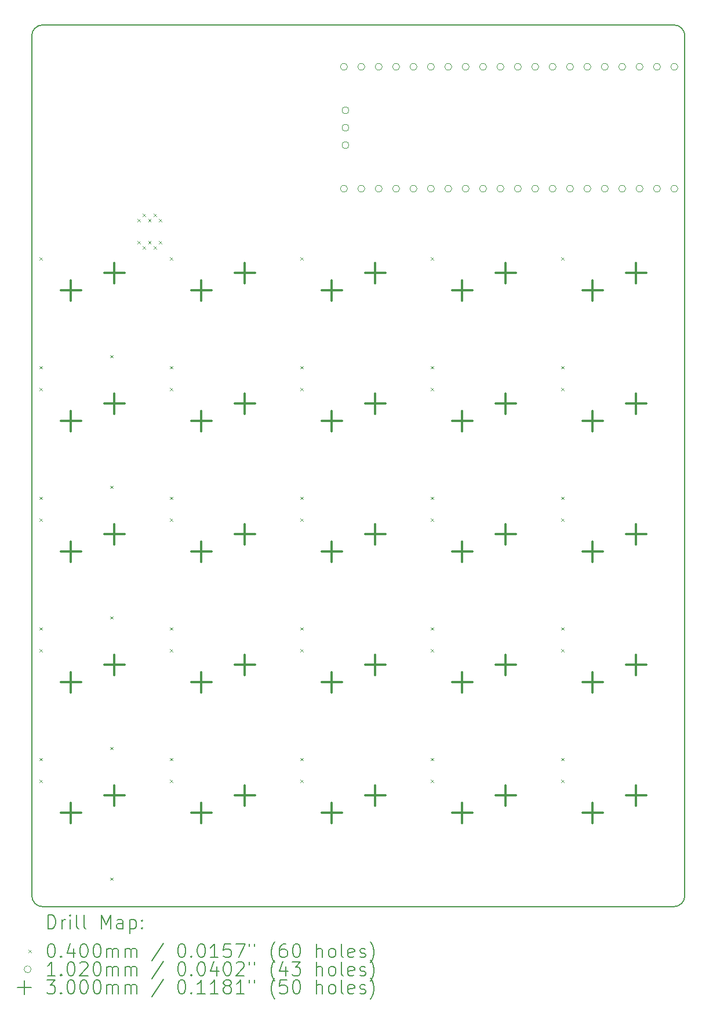
<source format=gbr>
%TF.GenerationSoftware,KiCad,Pcbnew,7.0.1*%
%TF.CreationDate,2023-04-16T00:18:44-05:00*%
%TF.ProjectId,5x5 Macro Pad,35783520-4d61-4637-926f-205061642e6b,rev?*%
%TF.SameCoordinates,Original*%
%TF.FileFunction,Drillmap*%
%TF.FilePolarity,Positive*%
%FSLAX45Y45*%
G04 Gerber Fmt 4.5, Leading zero omitted, Abs format (unit mm)*
G04 Created by KiCad (PCBNEW 7.0.1) date 2023-04-16 00:18:44*
%MOMM*%
%LPD*%
G01*
G04 APERTURE LIST*
%ADD10C,0.200000*%
%ADD11C,0.040000*%
%ADD12C,0.102000*%
%ADD13C,0.300000*%
G04 APERTURE END LIST*
D10*
X7302500Y-4445000D02*
G75*
G03*
X7143750Y-4603750I0J-158750D01*
G01*
X16523275Y-4445000D02*
X7302500Y-4445000D01*
X7143750Y-5318125D02*
X7143750Y-4603750D01*
X7143750Y-17145000D02*
X7143750Y-5318125D01*
X16682025Y-4603750D02*
G75*
G03*
X16523275Y-4445000I-158750J0D01*
G01*
X16682025Y-17145000D02*
X16682025Y-4603750D01*
X16523275Y-17303750D02*
G75*
G03*
X16682025Y-17145000I0J158750D01*
G01*
X7302500Y-17303750D02*
X16523275Y-17303750D01*
X7143750Y-17145000D02*
G75*
G03*
X7302500Y-17303750I158750J0D01*
G01*
D11*
X7256500Y-7831775D02*
X7296500Y-7871775D01*
X7296500Y-7831775D02*
X7256500Y-7871775D01*
X7256500Y-9419275D02*
X7296500Y-9459275D01*
X7296500Y-9419275D02*
X7256500Y-9459275D01*
X7256500Y-9736775D02*
X7296500Y-9776775D01*
X7296500Y-9736775D02*
X7256500Y-9776775D01*
X7256500Y-11324275D02*
X7296500Y-11364275D01*
X7296500Y-11324275D02*
X7256500Y-11364275D01*
X7256500Y-11641775D02*
X7296500Y-11681775D01*
X7296500Y-11641775D02*
X7256500Y-11681775D01*
X7256500Y-13229275D02*
X7296500Y-13269275D01*
X7296500Y-13229275D02*
X7256500Y-13269275D01*
X7256500Y-13546775D02*
X7296500Y-13586775D01*
X7296500Y-13546775D02*
X7256500Y-13586775D01*
X7256500Y-15134275D02*
X7296500Y-15174275D01*
X7296500Y-15134275D02*
X7256500Y-15174275D01*
X7256500Y-15451775D02*
X7296500Y-15491775D01*
X7296500Y-15451775D02*
X7256500Y-15491775D01*
X8288375Y-9260525D02*
X8328375Y-9300525D01*
X8328375Y-9260525D02*
X8288375Y-9300525D01*
X8288375Y-11165525D02*
X8328375Y-11205525D01*
X8328375Y-11165525D02*
X8288375Y-11205525D01*
X8288375Y-13070525D02*
X8328375Y-13110525D01*
X8328375Y-13070525D02*
X8288375Y-13110525D01*
X8288375Y-14975525D02*
X8328375Y-15015525D01*
X8328375Y-14975525D02*
X8288375Y-15015525D01*
X8288375Y-16880525D02*
X8328375Y-16920525D01*
X8328375Y-16880525D02*
X8288375Y-16920525D01*
X8685250Y-7276150D02*
X8725250Y-7316150D01*
X8725250Y-7276150D02*
X8685250Y-7316150D01*
X8685250Y-7593650D02*
X8725250Y-7633650D01*
X8725250Y-7593650D02*
X8685250Y-7633650D01*
X8764625Y-7196775D02*
X8804625Y-7236775D01*
X8804625Y-7196775D02*
X8764625Y-7236775D01*
X8764625Y-7673025D02*
X8804625Y-7713025D01*
X8804625Y-7673025D02*
X8764625Y-7713025D01*
X8844000Y-7276150D02*
X8884000Y-7316150D01*
X8884000Y-7276150D02*
X8844000Y-7316150D01*
X8844000Y-7593650D02*
X8884000Y-7633650D01*
X8884000Y-7593650D02*
X8844000Y-7633650D01*
X8923375Y-7196775D02*
X8963375Y-7236775D01*
X8963375Y-7196775D02*
X8923375Y-7236775D01*
X8923375Y-7673025D02*
X8963375Y-7713025D01*
X8963375Y-7673025D02*
X8923375Y-7713025D01*
X9002750Y-7276150D02*
X9042750Y-7316150D01*
X9042750Y-7276150D02*
X9002750Y-7316150D01*
X9002750Y-7593650D02*
X9042750Y-7633650D01*
X9042750Y-7593650D02*
X9002750Y-7633650D01*
X9161500Y-7831775D02*
X9201500Y-7871775D01*
X9201500Y-7831775D02*
X9161500Y-7871775D01*
X9161500Y-9419275D02*
X9201500Y-9459275D01*
X9201500Y-9419275D02*
X9161500Y-9459275D01*
X9161500Y-9736775D02*
X9201500Y-9776775D01*
X9201500Y-9736775D02*
X9161500Y-9776775D01*
X9161500Y-11324275D02*
X9201500Y-11364275D01*
X9201500Y-11324275D02*
X9161500Y-11364275D01*
X9161500Y-11641775D02*
X9201500Y-11681775D01*
X9201500Y-11641775D02*
X9161500Y-11681775D01*
X9161500Y-13229275D02*
X9201500Y-13269275D01*
X9201500Y-13229275D02*
X9161500Y-13269275D01*
X9161500Y-13546775D02*
X9201500Y-13586775D01*
X9201500Y-13546775D02*
X9161500Y-13586775D01*
X9161500Y-15134275D02*
X9201500Y-15174275D01*
X9201500Y-15134275D02*
X9161500Y-15174275D01*
X9161500Y-15451775D02*
X9201500Y-15491775D01*
X9201500Y-15451775D02*
X9161500Y-15491775D01*
X11066500Y-7831775D02*
X11106500Y-7871775D01*
X11106500Y-7831775D02*
X11066500Y-7871775D01*
X11066500Y-9419275D02*
X11106500Y-9459275D01*
X11106500Y-9419275D02*
X11066500Y-9459275D01*
X11066500Y-9736775D02*
X11106500Y-9776775D01*
X11106500Y-9736775D02*
X11066500Y-9776775D01*
X11066500Y-11324275D02*
X11106500Y-11364275D01*
X11106500Y-11324275D02*
X11066500Y-11364275D01*
X11066500Y-11641775D02*
X11106500Y-11681775D01*
X11106500Y-11641775D02*
X11066500Y-11681775D01*
X11066500Y-13229275D02*
X11106500Y-13269275D01*
X11106500Y-13229275D02*
X11066500Y-13269275D01*
X11066500Y-13546775D02*
X11106500Y-13586775D01*
X11106500Y-13546775D02*
X11066500Y-13586775D01*
X11066500Y-15134275D02*
X11106500Y-15174275D01*
X11106500Y-15134275D02*
X11066500Y-15174275D01*
X11066500Y-15451775D02*
X11106500Y-15491775D01*
X11106500Y-15451775D02*
X11066500Y-15491775D01*
X12971500Y-7831775D02*
X13011500Y-7871775D01*
X13011500Y-7831775D02*
X12971500Y-7871775D01*
X12971500Y-9419275D02*
X13011500Y-9459275D01*
X13011500Y-9419275D02*
X12971500Y-9459275D01*
X12971500Y-9736775D02*
X13011500Y-9776775D01*
X13011500Y-9736775D02*
X12971500Y-9776775D01*
X12971500Y-11324275D02*
X13011500Y-11364275D01*
X13011500Y-11324275D02*
X12971500Y-11364275D01*
X12971500Y-11641775D02*
X13011500Y-11681775D01*
X13011500Y-11641775D02*
X12971500Y-11681775D01*
X12971500Y-13229275D02*
X13011500Y-13269275D01*
X13011500Y-13229275D02*
X12971500Y-13269275D01*
X12971500Y-13546775D02*
X13011500Y-13586775D01*
X13011500Y-13546775D02*
X12971500Y-13586775D01*
X12971500Y-15134275D02*
X13011500Y-15174275D01*
X13011500Y-15134275D02*
X12971500Y-15174275D01*
X12971500Y-15451775D02*
X13011500Y-15491775D01*
X13011500Y-15451775D02*
X12971500Y-15491775D01*
X14876500Y-7831775D02*
X14916500Y-7871775D01*
X14916500Y-7831775D02*
X14876500Y-7871775D01*
X14876500Y-9419275D02*
X14916500Y-9459275D01*
X14916500Y-9419275D02*
X14876500Y-9459275D01*
X14876500Y-9736775D02*
X14916500Y-9776775D01*
X14916500Y-9736775D02*
X14876500Y-9776775D01*
X14876500Y-11324275D02*
X14916500Y-11364275D01*
X14916500Y-11324275D02*
X14876500Y-11364275D01*
X14876500Y-11641775D02*
X14916500Y-11681775D01*
X14916500Y-11641775D02*
X14876500Y-11681775D01*
X14876500Y-13229275D02*
X14916500Y-13269275D01*
X14916500Y-13229275D02*
X14876500Y-13269275D01*
X14876500Y-13546775D02*
X14916500Y-13586775D01*
X14916500Y-13546775D02*
X14876500Y-13586775D01*
X14876500Y-15134275D02*
X14916500Y-15174275D01*
X14916500Y-15134275D02*
X14876500Y-15174275D01*
X14876500Y-15451775D02*
X14916500Y-15491775D01*
X14916500Y-15451775D02*
X14876500Y-15491775D01*
D12*
X11753450Y-5054600D02*
G75*
G03*
X11753450Y-5054600I-51000J0D01*
G01*
X11753450Y-6832600D02*
G75*
G03*
X11753450Y-6832600I-51000J0D01*
G01*
X11776450Y-5689600D02*
G75*
G03*
X11776450Y-5689600I-51000J0D01*
G01*
X11776450Y-5943600D02*
G75*
G03*
X11776450Y-5943600I-51000J0D01*
G01*
X11776450Y-6197600D02*
G75*
G03*
X11776450Y-6197600I-51000J0D01*
G01*
X12007450Y-5054600D02*
G75*
G03*
X12007450Y-5054600I-51000J0D01*
G01*
X12007450Y-6832600D02*
G75*
G03*
X12007450Y-6832600I-51000J0D01*
G01*
X12261450Y-5054600D02*
G75*
G03*
X12261450Y-5054600I-51000J0D01*
G01*
X12261450Y-6832600D02*
G75*
G03*
X12261450Y-6832600I-51000J0D01*
G01*
X12515450Y-5054600D02*
G75*
G03*
X12515450Y-5054600I-51000J0D01*
G01*
X12515450Y-6832600D02*
G75*
G03*
X12515450Y-6832600I-51000J0D01*
G01*
X12769450Y-5054600D02*
G75*
G03*
X12769450Y-5054600I-51000J0D01*
G01*
X12769450Y-6832600D02*
G75*
G03*
X12769450Y-6832600I-51000J0D01*
G01*
X13023450Y-5054600D02*
G75*
G03*
X13023450Y-5054600I-51000J0D01*
G01*
X13023450Y-6832600D02*
G75*
G03*
X13023450Y-6832600I-51000J0D01*
G01*
X13277450Y-5054600D02*
G75*
G03*
X13277450Y-5054600I-51000J0D01*
G01*
X13277450Y-6832600D02*
G75*
G03*
X13277450Y-6832600I-51000J0D01*
G01*
X13531450Y-5054600D02*
G75*
G03*
X13531450Y-5054600I-51000J0D01*
G01*
X13531450Y-6832600D02*
G75*
G03*
X13531450Y-6832600I-51000J0D01*
G01*
X13785450Y-5054600D02*
G75*
G03*
X13785450Y-5054600I-51000J0D01*
G01*
X13785450Y-6832600D02*
G75*
G03*
X13785450Y-6832600I-51000J0D01*
G01*
X14039450Y-5054600D02*
G75*
G03*
X14039450Y-5054600I-51000J0D01*
G01*
X14039450Y-6832600D02*
G75*
G03*
X14039450Y-6832600I-51000J0D01*
G01*
X14293450Y-5054600D02*
G75*
G03*
X14293450Y-5054600I-51000J0D01*
G01*
X14293450Y-6832600D02*
G75*
G03*
X14293450Y-6832600I-51000J0D01*
G01*
X14547450Y-5054600D02*
G75*
G03*
X14547450Y-5054600I-51000J0D01*
G01*
X14547450Y-6832600D02*
G75*
G03*
X14547450Y-6832600I-51000J0D01*
G01*
X14801450Y-5054600D02*
G75*
G03*
X14801450Y-5054600I-51000J0D01*
G01*
X14801450Y-6832600D02*
G75*
G03*
X14801450Y-6832600I-51000J0D01*
G01*
X15055450Y-5054600D02*
G75*
G03*
X15055450Y-5054600I-51000J0D01*
G01*
X15055450Y-6832600D02*
G75*
G03*
X15055450Y-6832600I-51000J0D01*
G01*
X15309450Y-5054600D02*
G75*
G03*
X15309450Y-5054600I-51000J0D01*
G01*
X15309450Y-6832600D02*
G75*
G03*
X15309450Y-6832600I-51000J0D01*
G01*
X15563450Y-5054600D02*
G75*
G03*
X15563450Y-5054600I-51000J0D01*
G01*
X15563450Y-6832600D02*
G75*
G03*
X15563450Y-6832600I-51000J0D01*
G01*
X15817450Y-5054600D02*
G75*
G03*
X15817450Y-5054600I-51000J0D01*
G01*
X15817450Y-6832600D02*
G75*
G03*
X15817450Y-6832600I-51000J0D01*
G01*
X16071450Y-5054600D02*
G75*
G03*
X16071450Y-5054600I-51000J0D01*
G01*
X16071450Y-6832600D02*
G75*
G03*
X16071450Y-6832600I-51000J0D01*
G01*
X16325450Y-5054600D02*
G75*
G03*
X16325450Y-5054600I-51000J0D01*
G01*
X16325450Y-6832600D02*
G75*
G03*
X16325450Y-6832600I-51000J0D01*
G01*
X16579450Y-5054600D02*
G75*
G03*
X16579450Y-5054600I-51000J0D01*
G01*
X16579450Y-6832600D02*
G75*
G03*
X16579450Y-6832600I-51000J0D01*
G01*
D13*
X7715250Y-8168500D02*
X7715250Y-8468500D01*
X7565250Y-8318500D02*
X7865250Y-8318500D01*
X7715250Y-10073500D02*
X7715250Y-10373500D01*
X7565250Y-10223500D02*
X7865250Y-10223500D01*
X7715250Y-11978500D02*
X7715250Y-12278500D01*
X7565250Y-12128500D02*
X7865250Y-12128500D01*
X7715250Y-13883500D02*
X7715250Y-14183500D01*
X7565250Y-14033500D02*
X7865250Y-14033500D01*
X7715250Y-15788500D02*
X7715250Y-16088500D01*
X7565250Y-15938500D02*
X7865250Y-15938500D01*
X8350250Y-7914500D02*
X8350250Y-8214500D01*
X8200250Y-8064500D02*
X8500250Y-8064500D01*
X8350250Y-9819500D02*
X8350250Y-10119500D01*
X8200250Y-9969500D02*
X8500250Y-9969500D01*
X8350250Y-11724500D02*
X8350250Y-12024500D01*
X8200250Y-11874500D02*
X8500250Y-11874500D01*
X8350250Y-13629500D02*
X8350250Y-13929500D01*
X8200250Y-13779500D02*
X8500250Y-13779500D01*
X8350250Y-15534500D02*
X8350250Y-15834500D01*
X8200250Y-15684500D02*
X8500250Y-15684500D01*
X9620250Y-8168500D02*
X9620250Y-8468500D01*
X9470250Y-8318500D02*
X9770250Y-8318500D01*
X9620250Y-10073500D02*
X9620250Y-10373500D01*
X9470250Y-10223500D02*
X9770250Y-10223500D01*
X9620250Y-11978500D02*
X9620250Y-12278500D01*
X9470250Y-12128500D02*
X9770250Y-12128500D01*
X9620250Y-13883500D02*
X9620250Y-14183500D01*
X9470250Y-14033500D02*
X9770250Y-14033500D01*
X9620250Y-15788500D02*
X9620250Y-16088500D01*
X9470250Y-15938500D02*
X9770250Y-15938500D01*
X10255250Y-7914500D02*
X10255250Y-8214500D01*
X10105250Y-8064500D02*
X10405250Y-8064500D01*
X10255250Y-9819500D02*
X10255250Y-10119500D01*
X10105250Y-9969500D02*
X10405250Y-9969500D01*
X10255250Y-11724500D02*
X10255250Y-12024500D01*
X10105250Y-11874500D02*
X10405250Y-11874500D01*
X10255250Y-13629500D02*
X10255250Y-13929500D01*
X10105250Y-13779500D02*
X10405250Y-13779500D01*
X10255250Y-15534500D02*
X10255250Y-15834500D01*
X10105250Y-15684500D02*
X10405250Y-15684500D01*
X11525250Y-8168500D02*
X11525250Y-8468500D01*
X11375250Y-8318500D02*
X11675250Y-8318500D01*
X11525250Y-10073500D02*
X11525250Y-10373500D01*
X11375250Y-10223500D02*
X11675250Y-10223500D01*
X11525250Y-11978500D02*
X11525250Y-12278500D01*
X11375250Y-12128500D02*
X11675250Y-12128500D01*
X11525250Y-13883500D02*
X11525250Y-14183500D01*
X11375250Y-14033500D02*
X11675250Y-14033500D01*
X11525250Y-15788500D02*
X11525250Y-16088500D01*
X11375250Y-15938500D02*
X11675250Y-15938500D01*
X12160250Y-7914500D02*
X12160250Y-8214500D01*
X12010250Y-8064500D02*
X12310250Y-8064500D01*
X12160250Y-9819500D02*
X12160250Y-10119500D01*
X12010250Y-9969500D02*
X12310250Y-9969500D01*
X12160250Y-11724500D02*
X12160250Y-12024500D01*
X12010250Y-11874500D02*
X12310250Y-11874500D01*
X12160250Y-13629500D02*
X12160250Y-13929500D01*
X12010250Y-13779500D02*
X12310250Y-13779500D01*
X12160250Y-15534500D02*
X12160250Y-15834500D01*
X12010250Y-15684500D02*
X12310250Y-15684500D01*
X13430250Y-8168500D02*
X13430250Y-8468500D01*
X13280250Y-8318500D02*
X13580250Y-8318500D01*
X13430250Y-10073500D02*
X13430250Y-10373500D01*
X13280250Y-10223500D02*
X13580250Y-10223500D01*
X13430250Y-11978500D02*
X13430250Y-12278500D01*
X13280250Y-12128500D02*
X13580250Y-12128500D01*
X13430250Y-13883500D02*
X13430250Y-14183500D01*
X13280250Y-14033500D02*
X13580250Y-14033500D01*
X13430250Y-15788500D02*
X13430250Y-16088500D01*
X13280250Y-15938500D02*
X13580250Y-15938500D01*
X14065250Y-7914500D02*
X14065250Y-8214500D01*
X13915250Y-8064500D02*
X14215250Y-8064500D01*
X14065250Y-9819500D02*
X14065250Y-10119500D01*
X13915250Y-9969500D02*
X14215250Y-9969500D01*
X14065250Y-11724500D02*
X14065250Y-12024500D01*
X13915250Y-11874500D02*
X14215250Y-11874500D01*
X14065250Y-13629500D02*
X14065250Y-13929500D01*
X13915250Y-13779500D02*
X14215250Y-13779500D01*
X14065250Y-15534500D02*
X14065250Y-15834500D01*
X13915250Y-15684500D02*
X14215250Y-15684500D01*
X15335250Y-8168500D02*
X15335250Y-8468500D01*
X15185250Y-8318500D02*
X15485250Y-8318500D01*
X15335250Y-10073500D02*
X15335250Y-10373500D01*
X15185250Y-10223500D02*
X15485250Y-10223500D01*
X15335250Y-11978500D02*
X15335250Y-12278500D01*
X15185250Y-12128500D02*
X15485250Y-12128500D01*
X15335250Y-13883500D02*
X15335250Y-14183500D01*
X15185250Y-14033500D02*
X15485250Y-14033500D01*
X15335250Y-15788500D02*
X15335250Y-16088500D01*
X15185250Y-15938500D02*
X15485250Y-15938500D01*
X15970250Y-7914500D02*
X15970250Y-8214500D01*
X15820250Y-8064500D02*
X16120250Y-8064500D01*
X15970250Y-9819500D02*
X15970250Y-10119500D01*
X15820250Y-9969500D02*
X16120250Y-9969500D01*
X15970250Y-11724500D02*
X15970250Y-12024500D01*
X15820250Y-11874500D02*
X16120250Y-11874500D01*
X15970250Y-13629500D02*
X15970250Y-13929500D01*
X15820250Y-13779500D02*
X16120250Y-13779500D01*
X15970250Y-15534500D02*
X15970250Y-15834500D01*
X15820250Y-15684500D02*
X16120250Y-15684500D01*
D10*
X7381369Y-17626274D02*
X7381369Y-17426274D01*
X7381369Y-17426274D02*
X7428988Y-17426274D01*
X7428988Y-17426274D02*
X7457559Y-17435798D01*
X7457559Y-17435798D02*
X7476607Y-17454845D01*
X7476607Y-17454845D02*
X7486131Y-17473893D01*
X7486131Y-17473893D02*
X7495655Y-17511988D01*
X7495655Y-17511988D02*
X7495655Y-17540560D01*
X7495655Y-17540560D02*
X7486131Y-17578655D01*
X7486131Y-17578655D02*
X7476607Y-17597702D01*
X7476607Y-17597702D02*
X7457559Y-17616750D01*
X7457559Y-17616750D02*
X7428988Y-17626274D01*
X7428988Y-17626274D02*
X7381369Y-17626274D01*
X7581369Y-17626274D02*
X7581369Y-17492940D01*
X7581369Y-17531036D02*
X7590893Y-17511988D01*
X7590893Y-17511988D02*
X7600417Y-17502464D01*
X7600417Y-17502464D02*
X7619464Y-17492940D01*
X7619464Y-17492940D02*
X7638512Y-17492940D01*
X7705178Y-17626274D02*
X7705178Y-17492940D01*
X7705178Y-17426274D02*
X7695655Y-17435798D01*
X7695655Y-17435798D02*
X7705178Y-17445321D01*
X7705178Y-17445321D02*
X7714702Y-17435798D01*
X7714702Y-17435798D02*
X7705178Y-17426274D01*
X7705178Y-17426274D02*
X7705178Y-17445321D01*
X7828988Y-17626274D02*
X7809940Y-17616750D01*
X7809940Y-17616750D02*
X7800417Y-17597702D01*
X7800417Y-17597702D02*
X7800417Y-17426274D01*
X7933750Y-17626274D02*
X7914702Y-17616750D01*
X7914702Y-17616750D02*
X7905178Y-17597702D01*
X7905178Y-17597702D02*
X7905178Y-17426274D01*
X8162321Y-17626274D02*
X8162321Y-17426274D01*
X8162321Y-17426274D02*
X8228988Y-17569131D01*
X8228988Y-17569131D02*
X8295655Y-17426274D01*
X8295655Y-17426274D02*
X8295655Y-17626274D01*
X8476607Y-17626274D02*
X8476607Y-17521512D01*
X8476607Y-17521512D02*
X8467083Y-17502464D01*
X8467083Y-17502464D02*
X8448036Y-17492940D01*
X8448036Y-17492940D02*
X8409940Y-17492940D01*
X8409940Y-17492940D02*
X8390893Y-17502464D01*
X8476607Y-17616750D02*
X8457560Y-17626274D01*
X8457560Y-17626274D02*
X8409940Y-17626274D01*
X8409940Y-17626274D02*
X8390893Y-17616750D01*
X8390893Y-17616750D02*
X8381369Y-17597702D01*
X8381369Y-17597702D02*
X8381369Y-17578655D01*
X8381369Y-17578655D02*
X8390893Y-17559607D01*
X8390893Y-17559607D02*
X8409940Y-17550083D01*
X8409940Y-17550083D02*
X8457560Y-17550083D01*
X8457560Y-17550083D02*
X8476607Y-17540560D01*
X8571845Y-17492940D02*
X8571845Y-17692940D01*
X8571845Y-17502464D02*
X8590893Y-17492940D01*
X8590893Y-17492940D02*
X8628988Y-17492940D01*
X8628988Y-17492940D02*
X8648036Y-17502464D01*
X8648036Y-17502464D02*
X8657560Y-17511988D01*
X8657560Y-17511988D02*
X8667083Y-17531036D01*
X8667083Y-17531036D02*
X8667083Y-17588179D01*
X8667083Y-17588179D02*
X8657560Y-17607226D01*
X8657560Y-17607226D02*
X8648036Y-17616750D01*
X8648036Y-17616750D02*
X8628988Y-17626274D01*
X8628988Y-17626274D02*
X8590893Y-17626274D01*
X8590893Y-17626274D02*
X8571845Y-17616750D01*
X8752798Y-17607226D02*
X8762321Y-17616750D01*
X8762321Y-17616750D02*
X8752798Y-17626274D01*
X8752798Y-17626274D02*
X8743274Y-17616750D01*
X8743274Y-17616750D02*
X8752798Y-17607226D01*
X8752798Y-17607226D02*
X8752798Y-17626274D01*
X8752798Y-17502464D02*
X8762321Y-17511988D01*
X8762321Y-17511988D02*
X8752798Y-17521512D01*
X8752798Y-17521512D02*
X8743274Y-17511988D01*
X8743274Y-17511988D02*
X8752798Y-17502464D01*
X8752798Y-17502464D02*
X8752798Y-17521512D01*
D11*
X7093750Y-17933750D02*
X7133750Y-17973750D01*
X7133750Y-17933750D02*
X7093750Y-17973750D01*
D10*
X7419464Y-17846274D02*
X7438512Y-17846274D01*
X7438512Y-17846274D02*
X7457559Y-17855798D01*
X7457559Y-17855798D02*
X7467083Y-17865321D01*
X7467083Y-17865321D02*
X7476607Y-17884369D01*
X7476607Y-17884369D02*
X7486131Y-17922464D01*
X7486131Y-17922464D02*
X7486131Y-17970083D01*
X7486131Y-17970083D02*
X7476607Y-18008179D01*
X7476607Y-18008179D02*
X7467083Y-18027226D01*
X7467083Y-18027226D02*
X7457559Y-18036750D01*
X7457559Y-18036750D02*
X7438512Y-18046274D01*
X7438512Y-18046274D02*
X7419464Y-18046274D01*
X7419464Y-18046274D02*
X7400417Y-18036750D01*
X7400417Y-18036750D02*
X7390893Y-18027226D01*
X7390893Y-18027226D02*
X7381369Y-18008179D01*
X7381369Y-18008179D02*
X7371845Y-17970083D01*
X7371845Y-17970083D02*
X7371845Y-17922464D01*
X7371845Y-17922464D02*
X7381369Y-17884369D01*
X7381369Y-17884369D02*
X7390893Y-17865321D01*
X7390893Y-17865321D02*
X7400417Y-17855798D01*
X7400417Y-17855798D02*
X7419464Y-17846274D01*
X7571845Y-18027226D02*
X7581369Y-18036750D01*
X7581369Y-18036750D02*
X7571845Y-18046274D01*
X7571845Y-18046274D02*
X7562321Y-18036750D01*
X7562321Y-18036750D02*
X7571845Y-18027226D01*
X7571845Y-18027226D02*
X7571845Y-18046274D01*
X7752798Y-17912940D02*
X7752798Y-18046274D01*
X7705178Y-17836750D02*
X7657559Y-17979607D01*
X7657559Y-17979607D02*
X7781369Y-17979607D01*
X7895655Y-17846274D02*
X7914702Y-17846274D01*
X7914702Y-17846274D02*
X7933750Y-17855798D01*
X7933750Y-17855798D02*
X7943274Y-17865321D01*
X7943274Y-17865321D02*
X7952798Y-17884369D01*
X7952798Y-17884369D02*
X7962321Y-17922464D01*
X7962321Y-17922464D02*
X7962321Y-17970083D01*
X7962321Y-17970083D02*
X7952798Y-18008179D01*
X7952798Y-18008179D02*
X7943274Y-18027226D01*
X7943274Y-18027226D02*
X7933750Y-18036750D01*
X7933750Y-18036750D02*
X7914702Y-18046274D01*
X7914702Y-18046274D02*
X7895655Y-18046274D01*
X7895655Y-18046274D02*
X7876607Y-18036750D01*
X7876607Y-18036750D02*
X7867083Y-18027226D01*
X7867083Y-18027226D02*
X7857559Y-18008179D01*
X7857559Y-18008179D02*
X7848036Y-17970083D01*
X7848036Y-17970083D02*
X7848036Y-17922464D01*
X7848036Y-17922464D02*
X7857559Y-17884369D01*
X7857559Y-17884369D02*
X7867083Y-17865321D01*
X7867083Y-17865321D02*
X7876607Y-17855798D01*
X7876607Y-17855798D02*
X7895655Y-17846274D01*
X8086131Y-17846274D02*
X8105179Y-17846274D01*
X8105179Y-17846274D02*
X8124226Y-17855798D01*
X8124226Y-17855798D02*
X8133750Y-17865321D01*
X8133750Y-17865321D02*
X8143274Y-17884369D01*
X8143274Y-17884369D02*
X8152798Y-17922464D01*
X8152798Y-17922464D02*
X8152798Y-17970083D01*
X8152798Y-17970083D02*
X8143274Y-18008179D01*
X8143274Y-18008179D02*
X8133750Y-18027226D01*
X8133750Y-18027226D02*
X8124226Y-18036750D01*
X8124226Y-18036750D02*
X8105179Y-18046274D01*
X8105179Y-18046274D02*
X8086131Y-18046274D01*
X8086131Y-18046274D02*
X8067083Y-18036750D01*
X8067083Y-18036750D02*
X8057559Y-18027226D01*
X8057559Y-18027226D02*
X8048036Y-18008179D01*
X8048036Y-18008179D02*
X8038512Y-17970083D01*
X8038512Y-17970083D02*
X8038512Y-17922464D01*
X8038512Y-17922464D02*
X8048036Y-17884369D01*
X8048036Y-17884369D02*
X8057559Y-17865321D01*
X8057559Y-17865321D02*
X8067083Y-17855798D01*
X8067083Y-17855798D02*
X8086131Y-17846274D01*
X8238512Y-18046274D02*
X8238512Y-17912940D01*
X8238512Y-17931988D02*
X8248036Y-17922464D01*
X8248036Y-17922464D02*
X8267083Y-17912940D01*
X8267083Y-17912940D02*
X8295655Y-17912940D01*
X8295655Y-17912940D02*
X8314702Y-17922464D01*
X8314702Y-17922464D02*
X8324226Y-17941512D01*
X8324226Y-17941512D02*
X8324226Y-18046274D01*
X8324226Y-17941512D02*
X8333750Y-17922464D01*
X8333750Y-17922464D02*
X8352798Y-17912940D01*
X8352798Y-17912940D02*
X8381369Y-17912940D01*
X8381369Y-17912940D02*
X8400417Y-17922464D01*
X8400417Y-17922464D02*
X8409941Y-17941512D01*
X8409941Y-17941512D02*
X8409941Y-18046274D01*
X8505179Y-18046274D02*
X8505179Y-17912940D01*
X8505179Y-17931988D02*
X8514702Y-17922464D01*
X8514702Y-17922464D02*
X8533750Y-17912940D01*
X8533750Y-17912940D02*
X8562322Y-17912940D01*
X8562322Y-17912940D02*
X8581369Y-17922464D01*
X8581369Y-17922464D02*
X8590893Y-17941512D01*
X8590893Y-17941512D02*
X8590893Y-18046274D01*
X8590893Y-17941512D02*
X8600417Y-17922464D01*
X8600417Y-17922464D02*
X8619464Y-17912940D01*
X8619464Y-17912940D02*
X8648036Y-17912940D01*
X8648036Y-17912940D02*
X8667083Y-17922464D01*
X8667083Y-17922464D02*
X8676607Y-17941512D01*
X8676607Y-17941512D02*
X8676607Y-18046274D01*
X9067083Y-17836750D02*
X8895655Y-18093893D01*
X9324226Y-17846274D02*
X9343274Y-17846274D01*
X9343274Y-17846274D02*
X9362322Y-17855798D01*
X9362322Y-17855798D02*
X9371845Y-17865321D01*
X9371845Y-17865321D02*
X9381369Y-17884369D01*
X9381369Y-17884369D02*
X9390893Y-17922464D01*
X9390893Y-17922464D02*
X9390893Y-17970083D01*
X9390893Y-17970083D02*
X9381369Y-18008179D01*
X9381369Y-18008179D02*
X9371845Y-18027226D01*
X9371845Y-18027226D02*
X9362322Y-18036750D01*
X9362322Y-18036750D02*
X9343274Y-18046274D01*
X9343274Y-18046274D02*
X9324226Y-18046274D01*
X9324226Y-18046274D02*
X9305179Y-18036750D01*
X9305179Y-18036750D02*
X9295655Y-18027226D01*
X9295655Y-18027226D02*
X9286131Y-18008179D01*
X9286131Y-18008179D02*
X9276607Y-17970083D01*
X9276607Y-17970083D02*
X9276607Y-17922464D01*
X9276607Y-17922464D02*
X9286131Y-17884369D01*
X9286131Y-17884369D02*
X9295655Y-17865321D01*
X9295655Y-17865321D02*
X9305179Y-17855798D01*
X9305179Y-17855798D02*
X9324226Y-17846274D01*
X9476607Y-18027226D02*
X9486131Y-18036750D01*
X9486131Y-18036750D02*
X9476607Y-18046274D01*
X9476607Y-18046274D02*
X9467084Y-18036750D01*
X9467084Y-18036750D02*
X9476607Y-18027226D01*
X9476607Y-18027226D02*
X9476607Y-18046274D01*
X9609941Y-17846274D02*
X9628988Y-17846274D01*
X9628988Y-17846274D02*
X9648036Y-17855798D01*
X9648036Y-17855798D02*
X9657560Y-17865321D01*
X9657560Y-17865321D02*
X9667084Y-17884369D01*
X9667084Y-17884369D02*
X9676607Y-17922464D01*
X9676607Y-17922464D02*
X9676607Y-17970083D01*
X9676607Y-17970083D02*
X9667084Y-18008179D01*
X9667084Y-18008179D02*
X9657560Y-18027226D01*
X9657560Y-18027226D02*
X9648036Y-18036750D01*
X9648036Y-18036750D02*
X9628988Y-18046274D01*
X9628988Y-18046274D02*
X9609941Y-18046274D01*
X9609941Y-18046274D02*
X9590893Y-18036750D01*
X9590893Y-18036750D02*
X9581369Y-18027226D01*
X9581369Y-18027226D02*
X9571845Y-18008179D01*
X9571845Y-18008179D02*
X9562322Y-17970083D01*
X9562322Y-17970083D02*
X9562322Y-17922464D01*
X9562322Y-17922464D02*
X9571845Y-17884369D01*
X9571845Y-17884369D02*
X9581369Y-17865321D01*
X9581369Y-17865321D02*
X9590893Y-17855798D01*
X9590893Y-17855798D02*
X9609941Y-17846274D01*
X9867084Y-18046274D02*
X9752798Y-18046274D01*
X9809941Y-18046274D02*
X9809941Y-17846274D01*
X9809941Y-17846274D02*
X9790893Y-17874845D01*
X9790893Y-17874845D02*
X9771845Y-17893893D01*
X9771845Y-17893893D02*
X9752798Y-17903417D01*
X10048036Y-17846274D02*
X9952798Y-17846274D01*
X9952798Y-17846274D02*
X9943274Y-17941512D01*
X9943274Y-17941512D02*
X9952798Y-17931988D01*
X9952798Y-17931988D02*
X9971845Y-17922464D01*
X9971845Y-17922464D02*
X10019465Y-17922464D01*
X10019465Y-17922464D02*
X10038512Y-17931988D01*
X10038512Y-17931988D02*
X10048036Y-17941512D01*
X10048036Y-17941512D02*
X10057560Y-17960560D01*
X10057560Y-17960560D02*
X10057560Y-18008179D01*
X10057560Y-18008179D02*
X10048036Y-18027226D01*
X10048036Y-18027226D02*
X10038512Y-18036750D01*
X10038512Y-18036750D02*
X10019465Y-18046274D01*
X10019465Y-18046274D02*
X9971845Y-18046274D01*
X9971845Y-18046274D02*
X9952798Y-18036750D01*
X9952798Y-18036750D02*
X9943274Y-18027226D01*
X10124226Y-17846274D02*
X10257560Y-17846274D01*
X10257560Y-17846274D02*
X10171845Y-18046274D01*
X10324226Y-17846274D02*
X10324226Y-17884369D01*
X10400417Y-17846274D02*
X10400417Y-17884369D01*
X10695655Y-18122464D02*
X10686131Y-18112940D01*
X10686131Y-18112940D02*
X10667084Y-18084369D01*
X10667084Y-18084369D02*
X10657560Y-18065321D01*
X10657560Y-18065321D02*
X10648036Y-18036750D01*
X10648036Y-18036750D02*
X10638512Y-17989131D01*
X10638512Y-17989131D02*
X10638512Y-17951036D01*
X10638512Y-17951036D02*
X10648036Y-17903417D01*
X10648036Y-17903417D02*
X10657560Y-17874845D01*
X10657560Y-17874845D02*
X10667084Y-17855798D01*
X10667084Y-17855798D02*
X10686131Y-17827226D01*
X10686131Y-17827226D02*
X10695655Y-17817702D01*
X10857560Y-17846274D02*
X10819465Y-17846274D01*
X10819465Y-17846274D02*
X10800417Y-17855798D01*
X10800417Y-17855798D02*
X10790893Y-17865321D01*
X10790893Y-17865321D02*
X10771846Y-17893893D01*
X10771846Y-17893893D02*
X10762322Y-17931988D01*
X10762322Y-17931988D02*
X10762322Y-18008179D01*
X10762322Y-18008179D02*
X10771846Y-18027226D01*
X10771846Y-18027226D02*
X10781369Y-18036750D01*
X10781369Y-18036750D02*
X10800417Y-18046274D01*
X10800417Y-18046274D02*
X10838512Y-18046274D01*
X10838512Y-18046274D02*
X10857560Y-18036750D01*
X10857560Y-18036750D02*
X10867084Y-18027226D01*
X10867084Y-18027226D02*
X10876607Y-18008179D01*
X10876607Y-18008179D02*
X10876607Y-17960560D01*
X10876607Y-17960560D02*
X10867084Y-17941512D01*
X10867084Y-17941512D02*
X10857560Y-17931988D01*
X10857560Y-17931988D02*
X10838512Y-17922464D01*
X10838512Y-17922464D02*
X10800417Y-17922464D01*
X10800417Y-17922464D02*
X10781369Y-17931988D01*
X10781369Y-17931988D02*
X10771846Y-17941512D01*
X10771846Y-17941512D02*
X10762322Y-17960560D01*
X11000417Y-17846274D02*
X11019465Y-17846274D01*
X11019465Y-17846274D02*
X11038512Y-17855798D01*
X11038512Y-17855798D02*
X11048036Y-17865321D01*
X11048036Y-17865321D02*
X11057560Y-17884369D01*
X11057560Y-17884369D02*
X11067084Y-17922464D01*
X11067084Y-17922464D02*
X11067084Y-17970083D01*
X11067084Y-17970083D02*
X11057560Y-18008179D01*
X11057560Y-18008179D02*
X11048036Y-18027226D01*
X11048036Y-18027226D02*
X11038512Y-18036750D01*
X11038512Y-18036750D02*
X11019465Y-18046274D01*
X11019465Y-18046274D02*
X11000417Y-18046274D01*
X11000417Y-18046274D02*
X10981369Y-18036750D01*
X10981369Y-18036750D02*
X10971846Y-18027226D01*
X10971846Y-18027226D02*
X10962322Y-18008179D01*
X10962322Y-18008179D02*
X10952798Y-17970083D01*
X10952798Y-17970083D02*
X10952798Y-17922464D01*
X10952798Y-17922464D02*
X10962322Y-17884369D01*
X10962322Y-17884369D02*
X10971846Y-17865321D01*
X10971846Y-17865321D02*
X10981369Y-17855798D01*
X10981369Y-17855798D02*
X11000417Y-17846274D01*
X11305179Y-18046274D02*
X11305179Y-17846274D01*
X11390893Y-18046274D02*
X11390893Y-17941512D01*
X11390893Y-17941512D02*
X11381369Y-17922464D01*
X11381369Y-17922464D02*
X11362322Y-17912940D01*
X11362322Y-17912940D02*
X11333750Y-17912940D01*
X11333750Y-17912940D02*
X11314703Y-17922464D01*
X11314703Y-17922464D02*
X11305179Y-17931988D01*
X11514703Y-18046274D02*
X11495655Y-18036750D01*
X11495655Y-18036750D02*
X11486131Y-18027226D01*
X11486131Y-18027226D02*
X11476607Y-18008179D01*
X11476607Y-18008179D02*
X11476607Y-17951036D01*
X11476607Y-17951036D02*
X11486131Y-17931988D01*
X11486131Y-17931988D02*
X11495655Y-17922464D01*
X11495655Y-17922464D02*
X11514703Y-17912940D01*
X11514703Y-17912940D02*
X11543274Y-17912940D01*
X11543274Y-17912940D02*
X11562322Y-17922464D01*
X11562322Y-17922464D02*
X11571846Y-17931988D01*
X11571846Y-17931988D02*
X11581369Y-17951036D01*
X11581369Y-17951036D02*
X11581369Y-18008179D01*
X11581369Y-18008179D02*
X11571846Y-18027226D01*
X11571846Y-18027226D02*
X11562322Y-18036750D01*
X11562322Y-18036750D02*
X11543274Y-18046274D01*
X11543274Y-18046274D02*
X11514703Y-18046274D01*
X11695655Y-18046274D02*
X11676607Y-18036750D01*
X11676607Y-18036750D02*
X11667084Y-18017702D01*
X11667084Y-18017702D02*
X11667084Y-17846274D01*
X11848036Y-18036750D02*
X11828988Y-18046274D01*
X11828988Y-18046274D02*
X11790893Y-18046274D01*
X11790893Y-18046274D02*
X11771846Y-18036750D01*
X11771846Y-18036750D02*
X11762322Y-18017702D01*
X11762322Y-18017702D02*
X11762322Y-17941512D01*
X11762322Y-17941512D02*
X11771846Y-17922464D01*
X11771846Y-17922464D02*
X11790893Y-17912940D01*
X11790893Y-17912940D02*
X11828988Y-17912940D01*
X11828988Y-17912940D02*
X11848036Y-17922464D01*
X11848036Y-17922464D02*
X11857560Y-17941512D01*
X11857560Y-17941512D02*
X11857560Y-17960560D01*
X11857560Y-17960560D02*
X11762322Y-17979607D01*
X11933750Y-18036750D02*
X11952798Y-18046274D01*
X11952798Y-18046274D02*
X11990893Y-18046274D01*
X11990893Y-18046274D02*
X12009941Y-18036750D01*
X12009941Y-18036750D02*
X12019465Y-18017702D01*
X12019465Y-18017702D02*
X12019465Y-18008179D01*
X12019465Y-18008179D02*
X12009941Y-17989131D01*
X12009941Y-17989131D02*
X11990893Y-17979607D01*
X11990893Y-17979607D02*
X11962322Y-17979607D01*
X11962322Y-17979607D02*
X11943274Y-17970083D01*
X11943274Y-17970083D02*
X11933750Y-17951036D01*
X11933750Y-17951036D02*
X11933750Y-17941512D01*
X11933750Y-17941512D02*
X11943274Y-17922464D01*
X11943274Y-17922464D02*
X11962322Y-17912940D01*
X11962322Y-17912940D02*
X11990893Y-17912940D01*
X11990893Y-17912940D02*
X12009941Y-17922464D01*
X12086131Y-18122464D02*
X12095655Y-18112940D01*
X12095655Y-18112940D02*
X12114703Y-18084369D01*
X12114703Y-18084369D02*
X12124227Y-18065321D01*
X12124227Y-18065321D02*
X12133750Y-18036750D01*
X12133750Y-18036750D02*
X12143274Y-17989131D01*
X12143274Y-17989131D02*
X12143274Y-17951036D01*
X12143274Y-17951036D02*
X12133750Y-17903417D01*
X12133750Y-17903417D02*
X12124227Y-17874845D01*
X12124227Y-17874845D02*
X12114703Y-17855798D01*
X12114703Y-17855798D02*
X12095655Y-17827226D01*
X12095655Y-17827226D02*
X12086131Y-17817702D01*
D12*
X7133750Y-18217750D02*
G75*
G03*
X7133750Y-18217750I-51000J0D01*
G01*
D10*
X7486131Y-18310274D02*
X7371845Y-18310274D01*
X7428988Y-18310274D02*
X7428988Y-18110274D01*
X7428988Y-18110274D02*
X7409940Y-18138845D01*
X7409940Y-18138845D02*
X7390893Y-18157893D01*
X7390893Y-18157893D02*
X7371845Y-18167417D01*
X7571845Y-18291226D02*
X7581369Y-18300750D01*
X7581369Y-18300750D02*
X7571845Y-18310274D01*
X7571845Y-18310274D02*
X7562321Y-18300750D01*
X7562321Y-18300750D02*
X7571845Y-18291226D01*
X7571845Y-18291226D02*
X7571845Y-18310274D01*
X7705178Y-18110274D02*
X7724226Y-18110274D01*
X7724226Y-18110274D02*
X7743274Y-18119798D01*
X7743274Y-18119798D02*
X7752798Y-18129321D01*
X7752798Y-18129321D02*
X7762321Y-18148369D01*
X7762321Y-18148369D02*
X7771845Y-18186464D01*
X7771845Y-18186464D02*
X7771845Y-18234083D01*
X7771845Y-18234083D02*
X7762321Y-18272179D01*
X7762321Y-18272179D02*
X7752798Y-18291226D01*
X7752798Y-18291226D02*
X7743274Y-18300750D01*
X7743274Y-18300750D02*
X7724226Y-18310274D01*
X7724226Y-18310274D02*
X7705178Y-18310274D01*
X7705178Y-18310274D02*
X7686131Y-18300750D01*
X7686131Y-18300750D02*
X7676607Y-18291226D01*
X7676607Y-18291226D02*
X7667083Y-18272179D01*
X7667083Y-18272179D02*
X7657559Y-18234083D01*
X7657559Y-18234083D02*
X7657559Y-18186464D01*
X7657559Y-18186464D02*
X7667083Y-18148369D01*
X7667083Y-18148369D02*
X7676607Y-18129321D01*
X7676607Y-18129321D02*
X7686131Y-18119798D01*
X7686131Y-18119798D02*
X7705178Y-18110274D01*
X7848036Y-18129321D02*
X7857559Y-18119798D01*
X7857559Y-18119798D02*
X7876607Y-18110274D01*
X7876607Y-18110274D02*
X7924226Y-18110274D01*
X7924226Y-18110274D02*
X7943274Y-18119798D01*
X7943274Y-18119798D02*
X7952798Y-18129321D01*
X7952798Y-18129321D02*
X7962321Y-18148369D01*
X7962321Y-18148369D02*
X7962321Y-18167417D01*
X7962321Y-18167417D02*
X7952798Y-18195988D01*
X7952798Y-18195988D02*
X7838512Y-18310274D01*
X7838512Y-18310274D02*
X7962321Y-18310274D01*
X8086131Y-18110274D02*
X8105179Y-18110274D01*
X8105179Y-18110274D02*
X8124226Y-18119798D01*
X8124226Y-18119798D02*
X8133750Y-18129321D01*
X8133750Y-18129321D02*
X8143274Y-18148369D01*
X8143274Y-18148369D02*
X8152798Y-18186464D01*
X8152798Y-18186464D02*
X8152798Y-18234083D01*
X8152798Y-18234083D02*
X8143274Y-18272179D01*
X8143274Y-18272179D02*
X8133750Y-18291226D01*
X8133750Y-18291226D02*
X8124226Y-18300750D01*
X8124226Y-18300750D02*
X8105179Y-18310274D01*
X8105179Y-18310274D02*
X8086131Y-18310274D01*
X8086131Y-18310274D02*
X8067083Y-18300750D01*
X8067083Y-18300750D02*
X8057559Y-18291226D01*
X8057559Y-18291226D02*
X8048036Y-18272179D01*
X8048036Y-18272179D02*
X8038512Y-18234083D01*
X8038512Y-18234083D02*
X8038512Y-18186464D01*
X8038512Y-18186464D02*
X8048036Y-18148369D01*
X8048036Y-18148369D02*
X8057559Y-18129321D01*
X8057559Y-18129321D02*
X8067083Y-18119798D01*
X8067083Y-18119798D02*
X8086131Y-18110274D01*
X8238512Y-18310274D02*
X8238512Y-18176940D01*
X8238512Y-18195988D02*
X8248036Y-18186464D01*
X8248036Y-18186464D02*
X8267083Y-18176940D01*
X8267083Y-18176940D02*
X8295655Y-18176940D01*
X8295655Y-18176940D02*
X8314702Y-18186464D01*
X8314702Y-18186464D02*
X8324226Y-18205512D01*
X8324226Y-18205512D02*
X8324226Y-18310274D01*
X8324226Y-18205512D02*
X8333750Y-18186464D01*
X8333750Y-18186464D02*
X8352798Y-18176940D01*
X8352798Y-18176940D02*
X8381369Y-18176940D01*
X8381369Y-18176940D02*
X8400417Y-18186464D01*
X8400417Y-18186464D02*
X8409941Y-18205512D01*
X8409941Y-18205512D02*
X8409941Y-18310274D01*
X8505179Y-18310274D02*
X8505179Y-18176940D01*
X8505179Y-18195988D02*
X8514702Y-18186464D01*
X8514702Y-18186464D02*
X8533750Y-18176940D01*
X8533750Y-18176940D02*
X8562322Y-18176940D01*
X8562322Y-18176940D02*
X8581369Y-18186464D01*
X8581369Y-18186464D02*
X8590893Y-18205512D01*
X8590893Y-18205512D02*
X8590893Y-18310274D01*
X8590893Y-18205512D02*
X8600417Y-18186464D01*
X8600417Y-18186464D02*
X8619464Y-18176940D01*
X8619464Y-18176940D02*
X8648036Y-18176940D01*
X8648036Y-18176940D02*
X8667083Y-18186464D01*
X8667083Y-18186464D02*
X8676607Y-18205512D01*
X8676607Y-18205512D02*
X8676607Y-18310274D01*
X9067083Y-18100750D02*
X8895655Y-18357893D01*
X9324226Y-18110274D02*
X9343274Y-18110274D01*
X9343274Y-18110274D02*
X9362322Y-18119798D01*
X9362322Y-18119798D02*
X9371845Y-18129321D01*
X9371845Y-18129321D02*
X9381369Y-18148369D01*
X9381369Y-18148369D02*
X9390893Y-18186464D01*
X9390893Y-18186464D02*
X9390893Y-18234083D01*
X9390893Y-18234083D02*
X9381369Y-18272179D01*
X9381369Y-18272179D02*
X9371845Y-18291226D01*
X9371845Y-18291226D02*
X9362322Y-18300750D01*
X9362322Y-18300750D02*
X9343274Y-18310274D01*
X9343274Y-18310274D02*
X9324226Y-18310274D01*
X9324226Y-18310274D02*
X9305179Y-18300750D01*
X9305179Y-18300750D02*
X9295655Y-18291226D01*
X9295655Y-18291226D02*
X9286131Y-18272179D01*
X9286131Y-18272179D02*
X9276607Y-18234083D01*
X9276607Y-18234083D02*
X9276607Y-18186464D01*
X9276607Y-18186464D02*
X9286131Y-18148369D01*
X9286131Y-18148369D02*
X9295655Y-18129321D01*
X9295655Y-18129321D02*
X9305179Y-18119798D01*
X9305179Y-18119798D02*
X9324226Y-18110274D01*
X9476607Y-18291226D02*
X9486131Y-18300750D01*
X9486131Y-18300750D02*
X9476607Y-18310274D01*
X9476607Y-18310274D02*
X9467084Y-18300750D01*
X9467084Y-18300750D02*
X9476607Y-18291226D01*
X9476607Y-18291226D02*
X9476607Y-18310274D01*
X9609941Y-18110274D02*
X9628988Y-18110274D01*
X9628988Y-18110274D02*
X9648036Y-18119798D01*
X9648036Y-18119798D02*
X9657560Y-18129321D01*
X9657560Y-18129321D02*
X9667084Y-18148369D01*
X9667084Y-18148369D02*
X9676607Y-18186464D01*
X9676607Y-18186464D02*
X9676607Y-18234083D01*
X9676607Y-18234083D02*
X9667084Y-18272179D01*
X9667084Y-18272179D02*
X9657560Y-18291226D01*
X9657560Y-18291226D02*
X9648036Y-18300750D01*
X9648036Y-18300750D02*
X9628988Y-18310274D01*
X9628988Y-18310274D02*
X9609941Y-18310274D01*
X9609941Y-18310274D02*
X9590893Y-18300750D01*
X9590893Y-18300750D02*
X9581369Y-18291226D01*
X9581369Y-18291226D02*
X9571845Y-18272179D01*
X9571845Y-18272179D02*
X9562322Y-18234083D01*
X9562322Y-18234083D02*
X9562322Y-18186464D01*
X9562322Y-18186464D02*
X9571845Y-18148369D01*
X9571845Y-18148369D02*
X9581369Y-18129321D01*
X9581369Y-18129321D02*
X9590893Y-18119798D01*
X9590893Y-18119798D02*
X9609941Y-18110274D01*
X9848036Y-18176940D02*
X9848036Y-18310274D01*
X9800417Y-18100750D02*
X9752798Y-18243607D01*
X9752798Y-18243607D02*
X9876607Y-18243607D01*
X9990893Y-18110274D02*
X10009941Y-18110274D01*
X10009941Y-18110274D02*
X10028988Y-18119798D01*
X10028988Y-18119798D02*
X10038512Y-18129321D01*
X10038512Y-18129321D02*
X10048036Y-18148369D01*
X10048036Y-18148369D02*
X10057560Y-18186464D01*
X10057560Y-18186464D02*
X10057560Y-18234083D01*
X10057560Y-18234083D02*
X10048036Y-18272179D01*
X10048036Y-18272179D02*
X10038512Y-18291226D01*
X10038512Y-18291226D02*
X10028988Y-18300750D01*
X10028988Y-18300750D02*
X10009941Y-18310274D01*
X10009941Y-18310274D02*
X9990893Y-18310274D01*
X9990893Y-18310274D02*
X9971845Y-18300750D01*
X9971845Y-18300750D02*
X9962322Y-18291226D01*
X9962322Y-18291226D02*
X9952798Y-18272179D01*
X9952798Y-18272179D02*
X9943274Y-18234083D01*
X9943274Y-18234083D02*
X9943274Y-18186464D01*
X9943274Y-18186464D02*
X9952798Y-18148369D01*
X9952798Y-18148369D02*
X9962322Y-18129321D01*
X9962322Y-18129321D02*
X9971845Y-18119798D01*
X9971845Y-18119798D02*
X9990893Y-18110274D01*
X10133750Y-18129321D02*
X10143274Y-18119798D01*
X10143274Y-18119798D02*
X10162322Y-18110274D01*
X10162322Y-18110274D02*
X10209941Y-18110274D01*
X10209941Y-18110274D02*
X10228988Y-18119798D01*
X10228988Y-18119798D02*
X10238512Y-18129321D01*
X10238512Y-18129321D02*
X10248036Y-18148369D01*
X10248036Y-18148369D02*
X10248036Y-18167417D01*
X10248036Y-18167417D02*
X10238512Y-18195988D01*
X10238512Y-18195988D02*
X10124226Y-18310274D01*
X10124226Y-18310274D02*
X10248036Y-18310274D01*
X10324226Y-18110274D02*
X10324226Y-18148369D01*
X10400417Y-18110274D02*
X10400417Y-18148369D01*
X10695655Y-18386464D02*
X10686131Y-18376940D01*
X10686131Y-18376940D02*
X10667084Y-18348369D01*
X10667084Y-18348369D02*
X10657560Y-18329321D01*
X10657560Y-18329321D02*
X10648036Y-18300750D01*
X10648036Y-18300750D02*
X10638512Y-18253131D01*
X10638512Y-18253131D02*
X10638512Y-18215036D01*
X10638512Y-18215036D02*
X10648036Y-18167417D01*
X10648036Y-18167417D02*
X10657560Y-18138845D01*
X10657560Y-18138845D02*
X10667084Y-18119798D01*
X10667084Y-18119798D02*
X10686131Y-18091226D01*
X10686131Y-18091226D02*
X10695655Y-18081702D01*
X10857560Y-18176940D02*
X10857560Y-18310274D01*
X10809941Y-18100750D02*
X10762322Y-18243607D01*
X10762322Y-18243607D02*
X10886131Y-18243607D01*
X10943274Y-18110274D02*
X11067084Y-18110274D01*
X11067084Y-18110274D02*
X11000417Y-18186464D01*
X11000417Y-18186464D02*
X11028988Y-18186464D01*
X11028988Y-18186464D02*
X11048036Y-18195988D01*
X11048036Y-18195988D02*
X11057560Y-18205512D01*
X11057560Y-18205512D02*
X11067084Y-18224560D01*
X11067084Y-18224560D02*
X11067084Y-18272179D01*
X11067084Y-18272179D02*
X11057560Y-18291226D01*
X11057560Y-18291226D02*
X11048036Y-18300750D01*
X11048036Y-18300750D02*
X11028988Y-18310274D01*
X11028988Y-18310274D02*
X10971846Y-18310274D01*
X10971846Y-18310274D02*
X10952798Y-18300750D01*
X10952798Y-18300750D02*
X10943274Y-18291226D01*
X11305179Y-18310274D02*
X11305179Y-18110274D01*
X11390893Y-18310274D02*
X11390893Y-18205512D01*
X11390893Y-18205512D02*
X11381369Y-18186464D01*
X11381369Y-18186464D02*
X11362322Y-18176940D01*
X11362322Y-18176940D02*
X11333750Y-18176940D01*
X11333750Y-18176940D02*
X11314703Y-18186464D01*
X11314703Y-18186464D02*
X11305179Y-18195988D01*
X11514703Y-18310274D02*
X11495655Y-18300750D01*
X11495655Y-18300750D02*
X11486131Y-18291226D01*
X11486131Y-18291226D02*
X11476607Y-18272179D01*
X11476607Y-18272179D02*
X11476607Y-18215036D01*
X11476607Y-18215036D02*
X11486131Y-18195988D01*
X11486131Y-18195988D02*
X11495655Y-18186464D01*
X11495655Y-18186464D02*
X11514703Y-18176940D01*
X11514703Y-18176940D02*
X11543274Y-18176940D01*
X11543274Y-18176940D02*
X11562322Y-18186464D01*
X11562322Y-18186464D02*
X11571846Y-18195988D01*
X11571846Y-18195988D02*
X11581369Y-18215036D01*
X11581369Y-18215036D02*
X11581369Y-18272179D01*
X11581369Y-18272179D02*
X11571846Y-18291226D01*
X11571846Y-18291226D02*
X11562322Y-18300750D01*
X11562322Y-18300750D02*
X11543274Y-18310274D01*
X11543274Y-18310274D02*
X11514703Y-18310274D01*
X11695655Y-18310274D02*
X11676607Y-18300750D01*
X11676607Y-18300750D02*
X11667084Y-18281702D01*
X11667084Y-18281702D02*
X11667084Y-18110274D01*
X11848036Y-18300750D02*
X11828988Y-18310274D01*
X11828988Y-18310274D02*
X11790893Y-18310274D01*
X11790893Y-18310274D02*
X11771846Y-18300750D01*
X11771846Y-18300750D02*
X11762322Y-18281702D01*
X11762322Y-18281702D02*
X11762322Y-18205512D01*
X11762322Y-18205512D02*
X11771846Y-18186464D01*
X11771846Y-18186464D02*
X11790893Y-18176940D01*
X11790893Y-18176940D02*
X11828988Y-18176940D01*
X11828988Y-18176940D02*
X11848036Y-18186464D01*
X11848036Y-18186464D02*
X11857560Y-18205512D01*
X11857560Y-18205512D02*
X11857560Y-18224560D01*
X11857560Y-18224560D02*
X11762322Y-18243607D01*
X11933750Y-18300750D02*
X11952798Y-18310274D01*
X11952798Y-18310274D02*
X11990893Y-18310274D01*
X11990893Y-18310274D02*
X12009941Y-18300750D01*
X12009941Y-18300750D02*
X12019465Y-18281702D01*
X12019465Y-18281702D02*
X12019465Y-18272179D01*
X12019465Y-18272179D02*
X12009941Y-18253131D01*
X12009941Y-18253131D02*
X11990893Y-18243607D01*
X11990893Y-18243607D02*
X11962322Y-18243607D01*
X11962322Y-18243607D02*
X11943274Y-18234083D01*
X11943274Y-18234083D02*
X11933750Y-18215036D01*
X11933750Y-18215036D02*
X11933750Y-18205512D01*
X11933750Y-18205512D02*
X11943274Y-18186464D01*
X11943274Y-18186464D02*
X11962322Y-18176940D01*
X11962322Y-18176940D02*
X11990893Y-18176940D01*
X11990893Y-18176940D02*
X12009941Y-18186464D01*
X12086131Y-18386464D02*
X12095655Y-18376940D01*
X12095655Y-18376940D02*
X12114703Y-18348369D01*
X12114703Y-18348369D02*
X12124227Y-18329321D01*
X12124227Y-18329321D02*
X12133750Y-18300750D01*
X12133750Y-18300750D02*
X12143274Y-18253131D01*
X12143274Y-18253131D02*
X12143274Y-18215036D01*
X12143274Y-18215036D02*
X12133750Y-18167417D01*
X12133750Y-18167417D02*
X12124227Y-18138845D01*
X12124227Y-18138845D02*
X12114703Y-18119798D01*
X12114703Y-18119798D02*
X12095655Y-18091226D01*
X12095655Y-18091226D02*
X12086131Y-18081702D01*
X7033750Y-18381750D02*
X7033750Y-18581750D01*
X6933750Y-18481750D02*
X7133750Y-18481750D01*
X7362321Y-18374274D02*
X7486131Y-18374274D01*
X7486131Y-18374274D02*
X7419464Y-18450464D01*
X7419464Y-18450464D02*
X7448036Y-18450464D01*
X7448036Y-18450464D02*
X7467083Y-18459988D01*
X7467083Y-18459988D02*
X7476607Y-18469512D01*
X7476607Y-18469512D02*
X7486131Y-18488560D01*
X7486131Y-18488560D02*
X7486131Y-18536179D01*
X7486131Y-18536179D02*
X7476607Y-18555226D01*
X7476607Y-18555226D02*
X7467083Y-18564750D01*
X7467083Y-18564750D02*
X7448036Y-18574274D01*
X7448036Y-18574274D02*
X7390893Y-18574274D01*
X7390893Y-18574274D02*
X7371845Y-18564750D01*
X7371845Y-18564750D02*
X7362321Y-18555226D01*
X7571845Y-18555226D02*
X7581369Y-18564750D01*
X7581369Y-18564750D02*
X7571845Y-18574274D01*
X7571845Y-18574274D02*
X7562321Y-18564750D01*
X7562321Y-18564750D02*
X7571845Y-18555226D01*
X7571845Y-18555226D02*
X7571845Y-18574274D01*
X7705178Y-18374274D02*
X7724226Y-18374274D01*
X7724226Y-18374274D02*
X7743274Y-18383798D01*
X7743274Y-18383798D02*
X7752798Y-18393321D01*
X7752798Y-18393321D02*
X7762321Y-18412369D01*
X7762321Y-18412369D02*
X7771845Y-18450464D01*
X7771845Y-18450464D02*
X7771845Y-18498083D01*
X7771845Y-18498083D02*
X7762321Y-18536179D01*
X7762321Y-18536179D02*
X7752798Y-18555226D01*
X7752798Y-18555226D02*
X7743274Y-18564750D01*
X7743274Y-18564750D02*
X7724226Y-18574274D01*
X7724226Y-18574274D02*
X7705178Y-18574274D01*
X7705178Y-18574274D02*
X7686131Y-18564750D01*
X7686131Y-18564750D02*
X7676607Y-18555226D01*
X7676607Y-18555226D02*
X7667083Y-18536179D01*
X7667083Y-18536179D02*
X7657559Y-18498083D01*
X7657559Y-18498083D02*
X7657559Y-18450464D01*
X7657559Y-18450464D02*
X7667083Y-18412369D01*
X7667083Y-18412369D02*
X7676607Y-18393321D01*
X7676607Y-18393321D02*
X7686131Y-18383798D01*
X7686131Y-18383798D02*
X7705178Y-18374274D01*
X7895655Y-18374274D02*
X7914702Y-18374274D01*
X7914702Y-18374274D02*
X7933750Y-18383798D01*
X7933750Y-18383798D02*
X7943274Y-18393321D01*
X7943274Y-18393321D02*
X7952798Y-18412369D01*
X7952798Y-18412369D02*
X7962321Y-18450464D01*
X7962321Y-18450464D02*
X7962321Y-18498083D01*
X7962321Y-18498083D02*
X7952798Y-18536179D01*
X7952798Y-18536179D02*
X7943274Y-18555226D01*
X7943274Y-18555226D02*
X7933750Y-18564750D01*
X7933750Y-18564750D02*
X7914702Y-18574274D01*
X7914702Y-18574274D02*
X7895655Y-18574274D01*
X7895655Y-18574274D02*
X7876607Y-18564750D01*
X7876607Y-18564750D02*
X7867083Y-18555226D01*
X7867083Y-18555226D02*
X7857559Y-18536179D01*
X7857559Y-18536179D02*
X7848036Y-18498083D01*
X7848036Y-18498083D02*
X7848036Y-18450464D01*
X7848036Y-18450464D02*
X7857559Y-18412369D01*
X7857559Y-18412369D02*
X7867083Y-18393321D01*
X7867083Y-18393321D02*
X7876607Y-18383798D01*
X7876607Y-18383798D02*
X7895655Y-18374274D01*
X8086131Y-18374274D02*
X8105179Y-18374274D01*
X8105179Y-18374274D02*
X8124226Y-18383798D01*
X8124226Y-18383798D02*
X8133750Y-18393321D01*
X8133750Y-18393321D02*
X8143274Y-18412369D01*
X8143274Y-18412369D02*
X8152798Y-18450464D01*
X8152798Y-18450464D02*
X8152798Y-18498083D01*
X8152798Y-18498083D02*
X8143274Y-18536179D01*
X8143274Y-18536179D02*
X8133750Y-18555226D01*
X8133750Y-18555226D02*
X8124226Y-18564750D01*
X8124226Y-18564750D02*
X8105179Y-18574274D01*
X8105179Y-18574274D02*
X8086131Y-18574274D01*
X8086131Y-18574274D02*
X8067083Y-18564750D01*
X8067083Y-18564750D02*
X8057559Y-18555226D01*
X8057559Y-18555226D02*
X8048036Y-18536179D01*
X8048036Y-18536179D02*
X8038512Y-18498083D01*
X8038512Y-18498083D02*
X8038512Y-18450464D01*
X8038512Y-18450464D02*
X8048036Y-18412369D01*
X8048036Y-18412369D02*
X8057559Y-18393321D01*
X8057559Y-18393321D02*
X8067083Y-18383798D01*
X8067083Y-18383798D02*
X8086131Y-18374274D01*
X8238512Y-18574274D02*
X8238512Y-18440940D01*
X8238512Y-18459988D02*
X8248036Y-18450464D01*
X8248036Y-18450464D02*
X8267083Y-18440940D01*
X8267083Y-18440940D02*
X8295655Y-18440940D01*
X8295655Y-18440940D02*
X8314702Y-18450464D01*
X8314702Y-18450464D02*
X8324226Y-18469512D01*
X8324226Y-18469512D02*
X8324226Y-18574274D01*
X8324226Y-18469512D02*
X8333750Y-18450464D01*
X8333750Y-18450464D02*
X8352798Y-18440940D01*
X8352798Y-18440940D02*
X8381369Y-18440940D01*
X8381369Y-18440940D02*
X8400417Y-18450464D01*
X8400417Y-18450464D02*
X8409941Y-18469512D01*
X8409941Y-18469512D02*
X8409941Y-18574274D01*
X8505179Y-18574274D02*
X8505179Y-18440940D01*
X8505179Y-18459988D02*
X8514702Y-18450464D01*
X8514702Y-18450464D02*
X8533750Y-18440940D01*
X8533750Y-18440940D02*
X8562322Y-18440940D01*
X8562322Y-18440940D02*
X8581369Y-18450464D01*
X8581369Y-18450464D02*
X8590893Y-18469512D01*
X8590893Y-18469512D02*
X8590893Y-18574274D01*
X8590893Y-18469512D02*
X8600417Y-18450464D01*
X8600417Y-18450464D02*
X8619464Y-18440940D01*
X8619464Y-18440940D02*
X8648036Y-18440940D01*
X8648036Y-18440940D02*
X8667083Y-18450464D01*
X8667083Y-18450464D02*
X8676607Y-18469512D01*
X8676607Y-18469512D02*
X8676607Y-18574274D01*
X9067083Y-18364750D02*
X8895655Y-18621893D01*
X9324226Y-18374274D02*
X9343274Y-18374274D01*
X9343274Y-18374274D02*
X9362322Y-18383798D01*
X9362322Y-18383798D02*
X9371845Y-18393321D01*
X9371845Y-18393321D02*
X9381369Y-18412369D01*
X9381369Y-18412369D02*
X9390893Y-18450464D01*
X9390893Y-18450464D02*
X9390893Y-18498083D01*
X9390893Y-18498083D02*
X9381369Y-18536179D01*
X9381369Y-18536179D02*
X9371845Y-18555226D01*
X9371845Y-18555226D02*
X9362322Y-18564750D01*
X9362322Y-18564750D02*
X9343274Y-18574274D01*
X9343274Y-18574274D02*
X9324226Y-18574274D01*
X9324226Y-18574274D02*
X9305179Y-18564750D01*
X9305179Y-18564750D02*
X9295655Y-18555226D01*
X9295655Y-18555226D02*
X9286131Y-18536179D01*
X9286131Y-18536179D02*
X9276607Y-18498083D01*
X9276607Y-18498083D02*
X9276607Y-18450464D01*
X9276607Y-18450464D02*
X9286131Y-18412369D01*
X9286131Y-18412369D02*
X9295655Y-18393321D01*
X9295655Y-18393321D02*
X9305179Y-18383798D01*
X9305179Y-18383798D02*
X9324226Y-18374274D01*
X9476607Y-18555226D02*
X9486131Y-18564750D01*
X9486131Y-18564750D02*
X9476607Y-18574274D01*
X9476607Y-18574274D02*
X9467084Y-18564750D01*
X9467084Y-18564750D02*
X9476607Y-18555226D01*
X9476607Y-18555226D02*
X9476607Y-18574274D01*
X9676607Y-18574274D02*
X9562322Y-18574274D01*
X9619464Y-18574274D02*
X9619464Y-18374274D01*
X9619464Y-18374274D02*
X9600417Y-18402845D01*
X9600417Y-18402845D02*
X9581369Y-18421893D01*
X9581369Y-18421893D02*
X9562322Y-18431417D01*
X9867084Y-18574274D02*
X9752798Y-18574274D01*
X9809941Y-18574274D02*
X9809941Y-18374274D01*
X9809941Y-18374274D02*
X9790893Y-18402845D01*
X9790893Y-18402845D02*
X9771845Y-18421893D01*
X9771845Y-18421893D02*
X9752798Y-18431417D01*
X9981369Y-18459988D02*
X9962322Y-18450464D01*
X9962322Y-18450464D02*
X9952798Y-18440940D01*
X9952798Y-18440940D02*
X9943274Y-18421893D01*
X9943274Y-18421893D02*
X9943274Y-18412369D01*
X9943274Y-18412369D02*
X9952798Y-18393321D01*
X9952798Y-18393321D02*
X9962322Y-18383798D01*
X9962322Y-18383798D02*
X9981369Y-18374274D01*
X9981369Y-18374274D02*
X10019465Y-18374274D01*
X10019465Y-18374274D02*
X10038512Y-18383798D01*
X10038512Y-18383798D02*
X10048036Y-18393321D01*
X10048036Y-18393321D02*
X10057560Y-18412369D01*
X10057560Y-18412369D02*
X10057560Y-18421893D01*
X10057560Y-18421893D02*
X10048036Y-18440940D01*
X10048036Y-18440940D02*
X10038512Y-18450464D01*
X10038512Y-18450464D02*
X10019465Y-18459988D01*
X10019465Y-18459988D02*
X9981369Y-18459988D01*
X9981369Y-18459988D02*
X9962322Y-18469512D01*
X9962322Y-18469512D02*
X9952798Y-18479036D01*
X9952798Y-18479036D02*
X9943274Y-18498083D01*
X9943274Y-18498083D02*
X9943274Y-18536179D01*
X9943274Y-18536179D02*
X9952798Y-18555226D01*
X9952798Y-18555226D02*
X9962322Y-18564750D01*
X9962322Y-18564750D02*
X9981369Y-18574274D01*
X9981369Y-18574274D02*
X10019465Y-18574274D01*
X10019465Y-18574274D02*
X10038512Y-18564750D01*
X10038512Y-18564750D02*
X10048036Y-18555226D01*
X10048036Y-18555226D02*
X10057560Y-18536179D01*
X10057560Y-18536179D02*
X10057560Y-18498083D01*
X10057560Y-18498083D02*
X10048036Y-18479036D01*
X10048036Y-18479036D02*
X10038512Y-18469512D01*
X10038512Y-18469512D02*
X10019465Y-18459988D01*
X10248036Y-18574274D02*
X10133750Y-18574274D01*
X10190893Y-18574274D02*
X10190893Y-18374274D01*
X10190893Y-18374274D02*
X10171845Y-18402845D01*
X10171845Y-18402845D02*
X10152798Y-18421893D01*
X10152798Y-18421893D02*
X10133750Y-18431417D01*
X10324226Y-18374274D02*
X10324226Y-18412369D01*
X10400417Y-18374274D02*
X10400417Y-18412369D01*
X10695655Y-18650464D02*
X10686131Y-18640940D01*
X10686131Y-18640940D02*
X10667084Y-18612369D01*
X10667084Y-18612369D02*
X10657560Y-18593321D01*
X10657560Y-18593321D02*
X10648036Y-18564750D01*
X10648036Y-18564750D02*
X10638512Y-18517131D01*
X10638512Y-18517131D02*
X10638512Y-18479036D01*
X10638512Y-18479036D02*
X10648036Y-18431417D01*
X10648036Y-18431417D02*
X10657560Y-18402845D01*
X10657560Y-18402845D02*
X10667084Y-18383798D01*
X10667084Y-18383798D02*
X10686131Y-18355226D01*
X10686131Y-18355226D02*
X10695655Y-18345702D01*
X10867084Y-18374274D02*
X10771846Y-18374274D01*
X10771846Y-18374274D02*
X10762322Y-18469512D01*
X10762322Y-18469512D02*
X10771846Y-18459988D01*
X10771846Y-18459988D02*
X10790893Y-18450464D01*
X10790893Y-18450464D02*
X10838512Y-18450464D01*
X10838512Y-18450464D02*
X10857560Y-18459988D01*
X10857560Y-18459988D02*
X10867084Y-18469512D01*
X10867084Y-18469512D02*
X10876607Y-18488560D01*
X10876607Y-18488560D02*
X10876607Y-18536179D01*
X10876607Y-18536179D02*
X10867084Y-18555226D01*
X10867084Y-18555226D02*
X10857560Y-18564750D01*
X10857560Y-18564750D02*
X10838512Y-18574274D01*
X10838512Y-18574274D02*
X10790893Y-18574274D01*
X10790893Y-18574274D02*
X10771846Y-18564750D01*
X10771846Y-18564750D02*
X10762322Y-18555226D01*
X11000417Y-18374274D02*
X11019465Y-18374274D01*
X11019465Y-18374274D02*
X11038512Y-18383798D01*
X11038512Y-18383798D02*
X11048036Y-18393321D01*
X11048036Y-18393321D02*
X11057560Y-18412369D01*
X11057560Y-18412369D02*
X11067084Y-18450464D01*
X11067084Y-18450464D02*
X11067084Y-18498083D01*
X11067084Y-18498083D02*
X11057560Y-18536179D01*
X11057560Y-18536179D02*
X11048036Y-18555226D01*
X11048036Y-18555226D02*
X11038512Y-18564750D01*
X11038512Y-18564750D02*
X11019465Y-18574274D01*
X11019465Y-18574274D02*
X11000417Y-18574274D01*
X11000417Y-18574274D02*
X10981369Y-18564750D01*
X10981369Y-18564750D02*
X10971846Y-18555226D01*
X10971846Y-18555226D02*
X10962322Y-18536179D01*
X10962322Y-18536179D02*
X10952798Y-18498083D01*
X10952798Y-18498083D02*
X10952798Y-18450464D01*
X10952798Y-18450464D02*
X10962322Y-18412369D01*
X10962322Y-18412369D02*
X10971846Y-18393321D01*
X10971846Y-18393321D02*
X10981369Y-18383798D01*
X10981369Y-18383798D02*
X11000417Y-18374274D01*
X11305179Y-18574274D02*
X11305179Y-18374274D01*
X11390893Y-18574274D02*
X11390893Y-18469512D01*
X11390893Y-18469512D02*
X11381369Y-18450464D01*
X11381369Y-18450464D02*
X11362322Y-18440940D01*
X11362322Y-18440940D02*
X11333750Y-18440940D01*
X11333750Y-18440940D02*
X11314703Y-18450464D01*
X11314703Y-18450464D02*
X11305179Y-18459988D01*
X11514703Y-18574274D02*
X11495655Y-18564750D01*
X11495655Y-18564750D02*
X11486131Y-18555226D01*
X11486131Y-18555226D02*
X11476607Y-18536179D01*
X11476607Y-18536179D02*
X11476607Y-18479036D01*
X11476607Y-18479036D02*
X11486131Y-18459988D01*
X11486131Y-18459988D02*
X11495655Y-18450464D01*
X11495655Y-18450464D02*
X11514703Y-18440940D01*
X11514703Y-18440940D02*
X11543274Y-18440940D01*
X11543274Y-18440940D02*
X11562322Y-18450464D01*
X11562322Y-18450464D02*
X11571846Y-18459988D01*
X11571846Y-18459988D02*
X11581369Y-18479036D01*
X11581369Y-18479036D02*
X11581369Y-18536179D01*
X11581369Y-18536179D02*
X11571846Y-18555226D01*
X11571846Y-18555226D02*
X11562322Y-18564750D01*
X11562322Y-18564750D02*
X11543274Y-18574274D01*
X11543274Y-18574274D02*
X11514703Y-18574274D01*
X11695655Y-18574274D02*
X11676607Y-18564750D01*
X11676607Y-18564750D02*
X11667084Y-18545702D01*
X11667084Y-18545702D02*
X11667084Y-18374274D01*
X11848036Y-18564750D02*
X11828988Y-18574274D01*
X11828988Y-18574274D02*
X11790893Y-18574274D01*
X11790893Y-18574274D02*
X11771846Y-18564750D01*
X11771846Y-18564750D02*
X11762322Y-18545702D01*
X11762322Y-18545702D02*
X11762322Y-18469512D01*
X11762322Y-18469512D02*
X11771846Y-18450464D01*
X11771846Y-18450464D02*
X11790893Y-18440940D01*
X11790893Y-18440940D02*
X11828988Y-18440940D01*
X11828988Y-18440940D02*
X11848036Y-18450464D01*
X11848036Y-18450464D02*
X11857560Y-18469512D01*
X11857560Y-18469512D02*
X11857560Y-18488560D01*
X11857560Y-18488560D02*
X11762322Y-18507607D01*
X11933750Y-18564750D02*
X11952798Y-18574274D01*
X11952798Y-18574274D02*
X11990893Y-18574274D01*
X11990893Y-18574274D02*
X12009941Y-18564750D01*
X12009941Y-18564750D02*
X12019465Y-18545702D01*
X12019465Y-18545702D02*
X12019465Y-18536179D01*
X12019465Y-18536179D02*
X12009941Y-18517131D01*
X12009941Y-18517131D02*
X11990893Y-18507607D01*
X11990893Y-18507607D02*
X11962322Y-18507607D01*
X11962322Y-18507607D02*
X11943274Y-18498083D01*
X11943274Y-18498083D02*
X11933750Y-18479036D01*
X11933750Y-18479036D02*
X11933750Y-18469512D01*
X11933750Y-18469512D02*
X11943274Y-18450464D01*
X11943274Y-18450464D02*
X11962322Y-18440940D01*
X11962322Y-18440940D02*
X11990893Y-18440940D01*
X11990893Y-18440940D02*
X12009941Y-18450464D01*
X12086131Y-18650464D02*
X12095655Y-18640940D01*
X12095655Y-18640940D02*
X12114703Y-18612369D01*
X12114703Y-18612369D02*
X12124227Y-18593321D01*
X12124227Y-18593321D02*
X12133750Y-18564750D01*
X12133750Y-18564750D02*
X12143274Y-18517131D01*
X12143274Y-18517131D02*
X12143274Y-18479036D01*
X12143274Y-18479036D02*
X12133750Y-18431417D01*
X12133750Y-18431417D02*
X12124227Y-18402845D01*
X12124227Y-18402845D02*
X12114703Y-18383798D01*
X12114703Y-18383798D02*
X12095655Y-18355226D01*
X12095655Y-18355226D02*
X12086131Y-18345702D01*
M02*

</source>
